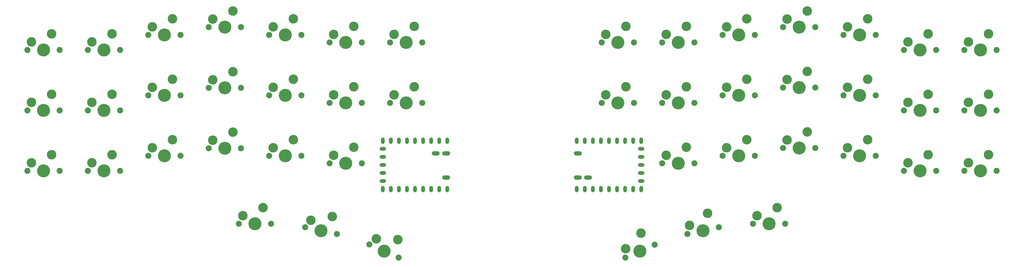
<source format=gts>
%TF.GenerationSoftware,KiCad,Pcbnew,9.0.0*%
%TF.CreationDate,2025-03-16T07:02:03-06:00*%
%TF.ProjectId,travyboard,74726176-7962-46f6-9172-642e6b696361,rev?*%
%TF.SameCoordinates,Original*%
%TF.FileFunction,Soldermask,Top*%
%TF.FilePolarity,Negative*%
%FSLAX46Y46*%
G04 Gerber Fmt 4.6, Leading zero omitted, Abs format (unit mm)*
G04 Created by KiCad (PCBNEW 9.0.0) date 2025-03-16 07:02:03*
%MOMM*%
%LPD*%
G01*
G04 APERTURE LIST*
%ADD10C,1.900000*%
%ADD11C,3.000000*%
%ADD12C,4.100000*%
%ADD13O,1.200000X2.000000*%
%ADD14O,2.000000X1.200000*%
%ADD15O,2.504000X1.354000*%
G04 APERTURE END LIST*
D10*
%TO.C,SW32*%
X313913111Y-54738799D03*
D11*
X315183111Y-52198799D03*
D12*
X318993111Y-54738799D03*
D11*
X321533111Y-49658799D03*
D10*
X324073111Y-54738799D03*
%TD*%
%TO.C,SW28*%
X237713047Y-52357799D03*
D11*
X238983047Y-49817799D03*
D12*
X242793047Y-52357799D03*
D11*
X245333047Y-47277799D03*
D10*
X247873047Y-52357799D03*
%TD*%
%TO.C,SW17*%
X113823766Y-69029601D03*
D11*
X115093766Y-66489601D03*
D12*
X118903766Y-69029601D03*
D11*
X121443766Y-63949601D03*
D10*
X123983766Y-69029601D03*
%TD*%
%TO.C,SW26*%
X313913111Y-35688783D03*
D11*
X315183111Y-33148783D03*
D12*
X318993111Y-35688783D03*
D11*
X321533111Y-30608783D03*
D10*
X324073111Y-35688783D03*
%TD*%
%TO.C,SW20*%
X125193573Y-91605930D03*
D11*
X126961551Y-89383602D03*
D12*
X130163684Y-92656833D03*
D11*
X133699640Y-88212172D03*
D10*
X135133795Y-93707736D03*
%TD*%
%TO.C,SW40*%
X266288095Y-90457815D03*
D11*
X267558095Y-87917815D03*
D12*
X271368095Y-90457815D03*
D11*
X273908095Y-85377815D03*
D10*
X276448095Y-90457815D03*
%TD*%
%TO.C,SW1*%
X37623734Y-35692073D03*
D11*
X38893734Y-33152073D03*
D12*
X42703734Y-35692073D03*
D11*
X45243734Y-30612073D03*
D10*
X47783734Y-35692073D03*
%TD*%
%TO.C,SW38*%
X313913111Y-73788815D03*
D11*
X315183111Y-71248815D03*
D12*
X318993111Y-73788815D03*
D11*
X321533111Y-68708815D03*
D10*
X324073111Y-73788815D03*
%TD*%
%TO.C,SW2*%
X56673750Y-35692073D03*
D11*
X57943750Y-33152073D03*
D12*
X61753750Y-35692073D03*
D11*
X64293750Y-30612073D03*
D10*
X66833750Y-35692073D03*
%TD*%
%TO.C,SW29*%
X256763079Y-49975799D03*
D11*
X258033079Y-47435799D03*
D12*
X261843079Y-49975799D03*
D11*
X264383079Y-44895799D03*
D10*
X266923079Y-49975799D03*
%TD*%
%TO.C,SW30*%
X275813079Y-47594799D03*
D11*
X277083079Y-45054799D03*
D12*
X280893079Y-47594799D03*
D11*
X283433079Y-42514799D03*
D10*
X285973079Y-47594799D03*
%TD*%
%TO.C,SW13*%
X37623734Y-73792105D03*
D11*
X38893734Y-71252105D03*
D12*
X42703734Y-73792105D03*
D11*
X45243734Y-68712105D03*
D10*
X47783734Y-73792105D03*
%TD*%
%TO.C,SW39*%
X332963127Y-73788815D03*
D11*
X334233127Y-71248815D03*
D12*
X338043127Y-73788815D03*
D11*
X340583127Y-68708815D03*
D10*
X343123127Y-73788815D03*
%TD*%
%TO.C,SW42*%
X226057181Y-101158861D03*
D11*
X226190214Y-98322172D03*
D12*
X230702309Y-99102363D03*
D11*
X230968375Y-93428986D03*
D10*
X235347437Y-97045865D03*
%TD*%
%TO.C,SW15*%
X75723766Y-69029601D03*
D11*
X76993766Y-66489601D03*
D12*
X80803766Y-69029601D03*
D11*
X83343766Y-63949601D03*
D10*
X85883766Y-69029601D03*
%TD*%
%TO.C,SW46*%
X151923766Y-52360585D03*
D11*
X153193766Y-49820585D03*
D12*
X157003766Y-52360585D03*
D11*
X159543766Y-47280585D03*
D10*
X162083766Y-52360585D03*
%TD*%
%TO.C,SW37*%
X294863095Y-69025815D03*
D11*
X296133095Y-66485815D03*
D12*
X299943095Y-69025815D03*
D11*
X302483095Y-63945815D03*
D10*
X305023095Y-69025815D03*
%TD*%
%TO.C,SW19*%
X104298790Y-90460869D03*
D11*
X105568790Y-87920869D03*
D12*
X109378790Y-90460869D03*
D11*
X111918790Y-85380869D03*
D10*
X114458790Y-90460869D03*
%TD*%
%TO.C,SW4*%
X94773750Y-28548073D03*
D11*
X96043750Y-26008073D03*
D12*
X99853750Y-28548073D03*
D11*
X102393750Y-23468073D03*
D10*
X104933750Y-28548073D03*
%TD*%
%TO.C,SW31*%
X294863095Y-49975799D03*
D11*
X296133095Y-47435799D03*
D12*
X299943095Y-49975799D03*
D11*
X302483095Y-44895799D03*
D10*
X305023095Y-49975799D03*
%TD*%
D13*
%TO.C,U2*%
X210794950Y-64337798D03*
X213334950Y-64337798D03*
X215874950Y-64337798D03*
X218414950Y-64337798D03*
X215874950Y-79577798D03*
X220954950Y-64337798D03*
X223494950Y-64337798D03*
X210794950Y-79577798D03*
X226034950Y-64337798D03*
X228574950Y-64337798D03*
X231114950Y-64337798D03*
D14*
X231114950Y-66877798D03*
X231114950Y-69417798D03*
X231114950Y-71957798D03*
X231114950Y-74497798D03*
X231114950Y-77037798D03*
D13*
X231114950Y-79577798D03*
X228574950Y-79577798D03*
X226034950Y-79577798D03*
X223494950Y-79577798D03*
X220954950Y-79577798D03*
X218414950Y-79577798D03*
X213334950Y-79577798D03*
%TD*%
D10*
%TO.C,SW6*%
X132873750Y-33310073D03*
D11*
X134143750Y-30770073D03*
D12*
X137953750Y-33310073D03*
D11*
X140493750Y-28230073D03*
D10*
X143033750Y-33310073D03*
%TD*%
%TO.C,SW5*%
X113823750Y-30929073D03*
D11*
X115093750Y-28389073D03*
D12*
X118903750Y-30929073D03*
D11*
X121443750Y-25849073D03*
D10*
X123983750Y-30929073D03*
%TD*%
%TO.C,SW9*%
X75723766Y-49979585D03*
D11*
X76993766Y-47439585D03*
D12*
X80803766Y-49979585D03*
D11*
X83343766Y-44899585D03*
D10*
X85883766Y-49979585D03*
%TD*%
%TO.C,SW16*%
X94773766Y-66648601D03*
D11*
X96043766Y-64108601D03*
D12*
X99853766Y-66648601D03*
D11*
X102393766Y-61568601D03*
D10*
X104933766Y-66648601D03*
%TD*%
%TO.C,SW35*%
X256763063Y-69025815D03*
D11*
X258033063Y-66485815D03*
D12*
X261843063Y-69025815D03*
D11*
X264383063Y-63945815D03*
D10*
X266923063Y-69025815D03*
%TD*%
%TO.C,SW7*%
X37623734Y-54742089D03*
D11*
X38893734Y-52202089D03*
D12*
X42703734Y-54742089D03*
D11*
X45243734Y-49662089D03*
D10*
X47783734Y-54742089D03*
%TD*%
%TO.C,SW12*%
X132873766Y-52360585D03*
D11*
X134143766Y-49820585D03*
D12*
X137953766Y-52360585D03*
D11*
X140493766Y-47280585D03*
D10*
X143033766Y-52360585D03*
%TD*%
%TO.C,SW34*%
X237713047Y-71407815D03*
D11*
X238983047Y-68867815D03*
D12*
X242793047Y-71407815D03*
D11*
X245333047Y-66327815D03*
D10*
X247873047Y-71407815D03*
%TD*%
%TO.C,SW25*%
X294863095Y-30925783D03*
D11*
X296133095Y-28385783D03*
D12*
X299943095Y-30925783D03*
D11*
X302483095Y-25845783D03*
D10*
X305023095Y-30925783D03*
%TD*%
%TO.C,SW41*%
X245613108Y-93704766D03*
D11*
X246330138Y-90956973D03*
D12*
X250583201Y-92653779D03*
D11*
X252017260Y-87158192D03*
D10*
X255553294Y-91602792D03*
%TD*%
%TO.C,SW49*%
X218663047Y-33307783D03*
D11*
X219933047Y-30767783D03*
D12*
X223743047Y-33307783D03*
D11*
X226283047Y-28227783D03*
D10*
X228823047Y-33307783D03*
%TD*%
D13*
%TO.C,U1*%
X169966490Y-79548026D03*
X167426490Y-79548026D03*
X164886490Y-79548026D03*
X162346490Y-79548026D03*
X164886490Y-64308026D03*
X159806490Y-79548026D03*
X157266490Y-79548026D03*
X169966490Y-64308026D03*
X154726490Y-79548026D03*
X152186490Y-79548026D03*
X149646490Y-79548026D03*
D14*
X149646490Y-77008026D03*
X149646490Y-74468026D03*
X149646490Y-71928026D03*
X149646490Y-69388026D03*
X149646490Y-66848026D03*
D13*
X149646490Y-64308026D03*
X152186490Y-64308026D03*
X154726490Y-64308026D03*
X157266490Y-64308026D03*
X159806490Y-64308026D03*
X162346490Y-64308026D03*
X167426490Y-64308026D03*
%TD*%
D10*
%TO.C,SW33*%
X332963127Y-54738799D03*
D11*
X334233127Y-52198799D03*
D12*
X338043127Y-54738799D03*
D11*
X340583127Y-49658799D03*
D10*
X343123127Y-54738799D03*
%TD*%
%TO.C,SW21*%
X145380237Y-97019022D03*
D11*
X147569736Y-95210544D03*
D12*
X150025401Y-99075439D03*
D11*
X154404400Y-95458483D03*
D10*
X154670565Y-101131856D03*
%TD*%
%TO.C,SW50*%
X218663047Y-52357799D03*
D11*
X219933047Y-49817799D03*
D12*
X223743047Y-52357799D03*
D11*
X226283047Y-47277799D03*
D10*
X228823047Y-52357799D03*
%TD*%
%TO.C,SW14*%
X56673750Y-73792105D03*
D11*
X57943750Y-71252105D03*
D12*
X61753750Y-73792105D03*
D11*
X64293750Y-68712105D03*
D10*
X66833750Y-73792105D03*
%TD*%
%TO.C,SW24*%
X275813079Y-28544783D03*
D11*
X277083079Y-26004783D03*
D12*
X280893079Y-28544783D03*
D11*
X283433079Y-23464783D03*
D10*
X285973079Y-28544783D03*
%TD*%
%TO.C,SW11*%
X113823766Y-49979585D03*
D11*
X115093766Y-47439585D03*
D12*
X118903766Y-49979585D03*
D11*
X121443766Y-44899585D03*
D10*
X123983766Y-49979585D03*
%TD*%
%TO.C,SW18*%
X132873766Y-71410601D03*
D11*
X134143766Y-68870601D03*
D12*
X137953766Y-71410601D03*
D11*
X140493766Y-66330601D03*
D10*
X143033766Y-71410601D03*
%TD*%
%TO.C,SW23*%
X256763063Y-30925783D03*
D11*
X258033063Y-28385783D03*
D12*
X261843063Y-30925783D03*
D11*
X264383063Y-25845783D03*
D10*
X266923063Y-30925783D03*
%TD*%
%TO.C,SW10*%
X94773766Y-47598585D03*
D11*
X96043766Y-45058585D03*
D12*
X99853766Y-47598585D03*
D11*
X102393766Y-42518585D03*
D10*
X104933766Y-47598585D03*
%TD*%
%TO.C,SW45*%
X151923750Y-33310073D03*
D11*
X153193750Y-30770073D03*
D12*
X157003750Y-33310073D03*
D11*
X159543750Y-28230073D03*
D10*
X162083750Y-33310073D03*
%TD*%
%TO.C,SW3*%
X75723750Y-30929073D03*
D11*
X76993750Y-28389073D03*
D12*
X80803750Y-30929073D03*
D11*
X83343750Y-25849073D03*
D10*
X85883750Y-30929073D03*
%TD*%
%TO.C,SW36*%
X275813079Y-66644815D03*
D11*
X277083079Y-64104815D03*
D12*
X280893079Y-66644815D03*
D11*
X283433079Y-61564815D03*
D10*
X285973079Y-66644815D03*
%TD*%
%TO.C,SW22*%
X237713047Y-33307783D03*
D11*
X238983047Y-30767783D03*
D12*
X242793047Y-33307783D03*
D11*
X245333047Y-28227783D03*
D10*
X247873047Y-33307783D03*
%TD*%
%TO.C,SW8*%
X56673750Y-54742089D03*
D11*
X57943750Y-52202089D03*
D12*
X61753750Y-54742089D03*
D11*
X64293750Y-49662089D03*
D10*
X66833750Y-54742089D03*
%TD*%
%TO.C,SW27*%
X332963127Y-35688783D03*
D11*
X334233127Y-33148783D03*
D12*
X338043127Y-35688783D03*
D11*
X340583127Y-30608783D03*
D10*
X343123127Y-35688783D03*
%TD*%
D15*
%TO.C,J1*%
X169588734Y-75921823D03*
X166338734Y-68321823D03*
X169588734Y-68321823D03*
%TD*%
%TO.C,J2*%
X211093734Y-68322298D03*
X214343734Y-75922298D03*
X211093734Y-75922298D03*
%TD*%
M02*

</source>
